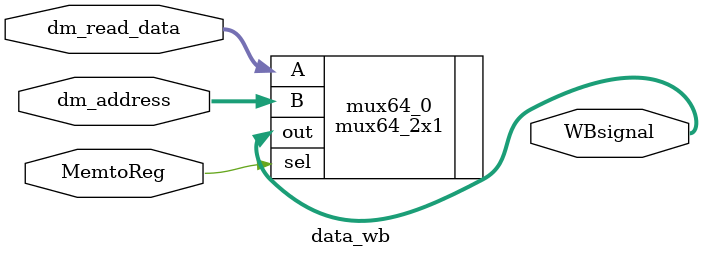
<source format=sv>
/*
 * EE469 Autumn 2022
 * Haosen Li, Peter Tran
 * 
 * This file contains the datapath for instruction fetch in a CPU.
 *
 * Inputs:
 * MemtoReg     - 1 bit, MemtoReg control signal.
 * dm_read_data - 64 bits, Data memory read data.
 * dm_address   - 64 bits, Data memory address. 
 *
 * Outputs:
 * WBsignal     - 64 bits, WBsignal control signal
 *
 */

module data_wb (
    input  logic MemtoReg,
    input  logic [63:0] dm_read_data, dm_address,
    output logic [63:0] WBsignal
    );
    mux64_2x1 mux64_0(.sel(MemtoReg), .A(dm_read_data), .B(dm_address), .out(WBsignal));
endmodule

</source>
